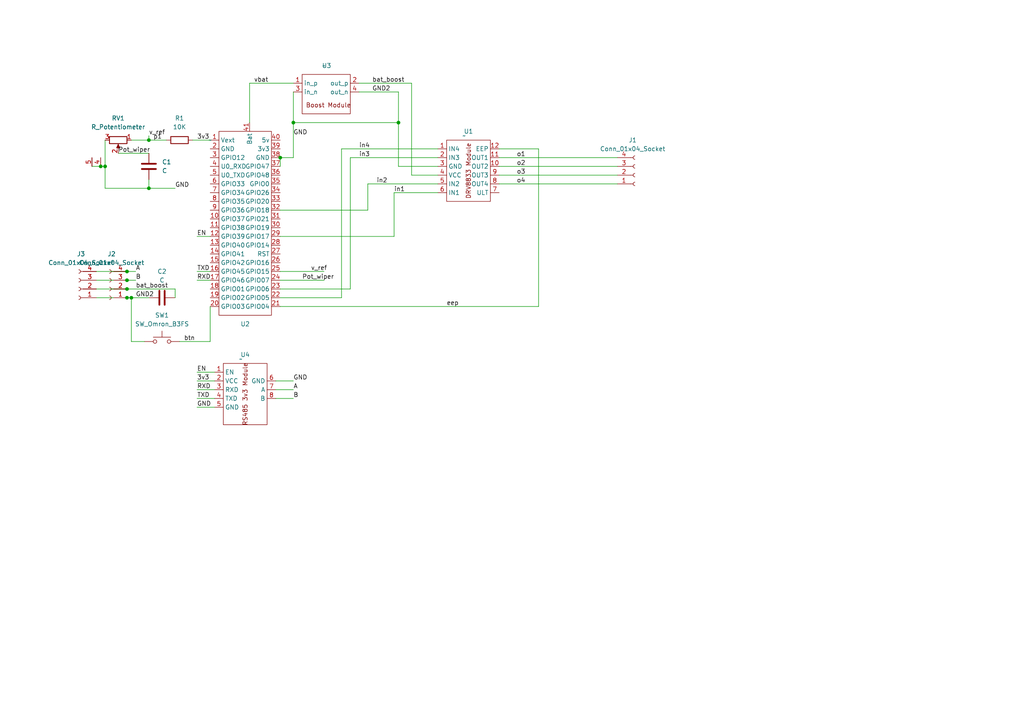
<source format=kicad_sch>
(kicad_sch (version 20230121) (generator eeschema)
  (paper "A4")
  (lib_symbols
    (symbol "Blinds_Modules_sym:RS485_3v3_module"
      (property "Reference" "U" (at 0 0 0))
      (symbol "RS485_3v3_module_0_1"
        (rectangle (start -5.08 -1.27) (end 7.62 -19.05))
      )
      (symbol "RS485_3v3_module_1_1"
        (text "RS485 3v3 Module\n" (at 1.27 -10.16 900) (effects (font (size 1.27 1.27))))
        (pin input line (at -7.62 -3.81 0) (length 2.54) (name "EN") (number "1"))
        (pin power_in line (at -7.62 -6.35 0) (length 2.54) (name "VCC") (number "2"))
        (pin input line (at -7.62 -8.89 0) (length 2.54) (name "RXD") (number "3"))
        (pin input line (at -7.62 -11.43 0) (length 2.54) (name "TXD") (number "4"))
        (pin power_in line (at -7.62 -13.97 0) (length 2.54) (name "GND") (number "5"))
        (pin power_in line (at 10.16 -6.35 180) (length 2.54) (name "GND") (number "6"))
        (pin output line (at 10.16 -8.89 180) (length 2.54) (name "A") (number "7"))
        (pin output line (at 10.16 -11.43 180) (length 2.54) (name "B") (number "8"))
      )
    )
    (symbol "Connector:Conn_01x04_Socket" (pin_names (offset 1.016) hide)
      (property "Reference" "J" (at 0 5.08 0))
      (property "Value" "Conn_01x04_Socket" (at 0 -7.62 0))
      (symbol "Conn_01x04_Socket_1_1"
        (arc (start 0 -4.572) (mid -0.5058 -5.08) (end 0 -5.588) (stroke (width 0.1524)))
        (arc (start 0 -2.032) (mid -0.5058 -2.54) (end 0 -3.048) (stroke (width 0.1524)))
        (polyline (pts (xy -1.27 -5.08) (xy -0.508 -5.08)) (stroke (width 0.1524)))
        (polyline (pts (xy -1.27 -2.54) (xy -0.508 -2.54)) (stroke (width 0.1524)))
        (polyline (pts (xy -1.27 0) (xy -0.508 0)) (stroke (width 0.1524)))
        (polyline (pts (xy -1.27 2.54) (xy -0.508 2.54)) (stroke (width 0.1524)))
        (arc (start 0 0.508) (mid -0.5058 0) (end 0 -0.508) (stroke (width 0.1524)))
        (arc (start 0 3.048) (mid -0.5058 2.54) (end 0 2.032) (stroke (width 0.1524)))
        (pin passive line (at -5.08 2.54 0) (length 3.81) (name "Pin_1") (number "1"))
        (pin passive line (at -5.08 0 0) (length 3.81) (name "Pin_2") (number "2"))
        (pin passive line (at -5.08 -2.54 0) (length 3.81) (name "Pin_3") (number "3"))
        (pin passive line (at -5.08 -5.08 0) (length 3.81) (name "Pin_4") (number "4"))
      )
    )
    (symbol "Device:C" (pin_numbers hide) (pin_names (offset 0.254))
      (property "Reference" "C" (at 0.635 2.54 0))
      (property "Value" "C" (at 0.635 -2.54 0))
      (symbol "C_0_1"
        (polyline (pts (xy -2.032 -0.762) (xy 2.032 -0.762)) (stroke (width 0.508)))
        (polyline (pts (xy -2.032 0.762) (xy 2.032 0.762)) (stroke (width 0.508)))
      )
      (symbol "C_1_1"
        (pin passive line (at 0 3.81 270) (length 2.794) (name "~") (number "1"))
        (pin passive line (at 0 -3.81 90) (length 2.794) (name "~") (number "2"))
      )
    )
    (symbol "Device:R" (pin_numbers hide) (pin_names (offset 0))
      (property "Reference" "R" (at 2.032 0 90))
      (property "Value" "R" (at 0 0 90))
      (symbol "R_0_1"
        (rectangle (start -1.016 -2.54) (end 1.016 2.54) (stroke (width 0.254)))
      )
      (symbol "R_1_1"
        (pin passive line (at 0 3.81 270) (length 1.27) (name "~") (number "1"))
        (pin passive line (at 0 -3.81 90) (length 1.27) (name "~") (number "2"))
      )
    )
    (symbol "Device:R_Potentiometer" (pin_names (offset 1.016) hide)
      (property "Reference" "RV1" (at -6.35 0 90))
      (property "Value" "R_Potentiometer" (at -3.81 0 90))
      (symbol "R_Potentiometer_0_1"
        (polyline (pts (xy 2.54 0) (xy 1.524 0)))
        (polyline (pts (xy 1.143 0) (xy 2.286 0.508) (xy 2.286 -0.508) (xy 1.143 0)) (fill (type outline)))
        (rectangle (start 1.016 2.54) (end -1.016 -2.54) (stroke (width 0.254)))
      )
      (symbol "R_Potentiometer_1_1"
        (pin passive line (at 0 3.81 270) (length 1.27) (name "1") (number "1"))
        (pin passive line (at 3.81 0 180) (length 1.27) (name "2") (number "2"))
        (pin passive line (at 0 -3.81 90) (length 1.27) (name "3") (number "3"))
        (pin power_in line (at 7.62 -5.08 180) (length 2.54) (name "shld") (number "4"))
        (pin power_in line (at 7.62 -7.62 180) (length 2.54) (name "shld") (number "5"))
      )
    )
    (symbol "Heltec_WSL_v3:Boost_module"
      (property "Reference" "U" (at 0 0 0))
      (symbol "Boost_module_0_1"
        (rectangle (start -6.35 -2.54) (end 7.62 -13.97))
      )
      (symbol "Boost_module_1_1"
        (text "Boost Module" (at 1.27 -11.43 0) (effects (font (size 1.27 1.27))))
        (pin power_in line (at -8.89 -5.08 0) (length 2.54) (name "in_p") (number "1"))
        (pin power_out line (at 10.16 -5.08 180) (length 2.54) (name "out_p") (number "2"))
        (pin power_in line (at -8.89 -7.62 0) (length 2.54) (name "in_n") (number "3"))
        (pin power_in line (at 10.16 -7.62 180) (length 2.54) (name "out_n") (number "4"))
      )
    )
    (symbol "Heltec_WSL_v3:DRV8833"
      (property "Reference" "U" (at 0 0 0))
      (symbol "DRV8833_0_1"
        (rectangle (start -5.08 -1.27) (end 7.62 -19.05))
      )
      (symbol "DRV8833_1_1"
        (text "DRV8833 Module\n" (at 1.27 -10.16 900) (effects (font (size 1.27 1.27))))
        (pin input line (at -7.62 -3.81 0) (length 2.54) (name "IN4") (number "1"))
        (pin output line (at 10.16 -8.89 180) (length 2.54) (name "OUT2") (number "10"))
        (pin output line (at 10.16 -6.35 180) (length 2.54) (name "OUT1") (number "11"))
        (pin input line (at 10.16 -3.81 180) (length 2.54) (name "EEP") (number "12"))
        (pin input line (at -7.62 -6.35 0) (length 2.54) (name "IN3") (number "2"))
        (pin power_in line (at -7.62 -8.89 0) (length 2.54) (name "GND") (number "3"))
        (pin power_in line (at -7.62 -11.43 0) (length 2.54) (name "VCC") (number "4"))
        (pin input line (at -7.62 -13.97 0) (length 2.54) (name "IN2") (number "5"))
        (pin input line (at -7.62 -16.51 0) (length 2.54) (name "IN1") (number "6"))
        (pin output line (at 10.16 -16.51 180) (length 2.54) (name "ULT") (number "7"))
        (pin output line (at 10.16 -13.97 180) (length 2.54) (name "OUT4") (number "8"))
        (pin output line (at 10.16 -11.43 180) (length 2.54) (name "OUT3") (number "9"))
      )
    )
    (symbol "Heltec_WSL_v3:WSL_v3"
      (property "Reference" "U" (at 0 0 0))
      (symbol "WSL_v3_0_1"
        (rectangle (start 2.54 2.54) (end 17.78 -50.8))
      )
      (symbol "WSL_v3_1_1"
        (pin power_out line (at 0 0 0) (length 2.54) (name "Vext") (number "1"))
        (pin bidirectional line (at 0 -22.86 0) (length 2.54) (name "GPIO37") (number "10"))
        (pin bidirectional line (at 0 -25.4 0) (length 2.54) (name "GPIO38") (number "11"))
        (pin bidirectional line (at 0 -27.94 0) (length 2.54) (name "GPIO39") (number "12"))
        (pin bidirectional line (at 0 -30.48 0) (length 2.54) (name "GPIO40") (number "13"))
        (pin bidirectional line (at 0 -33.02 0) (length 2.54) (name "GPIO41") (number "14"))
        (pin bidirectional line (at 0 -35.56 0) (length 2.54) (name "GPIO42") (number "15"))
        (pin bidirectional line (at 0 -38.1 0) (length 2.54) (name "GPIO45") (number "16"))
        (pin bidirectional line (at 0 -40.64 0) (length 2.54) (name "GPIO46") (number "17"))
        (pin bidirectional line (at 0 -43.18 0) (length 2.54) (name "GPIO01") (number "18"))
        (pin bidirectional line (at 0 -45.72 0) (length 2.54) (name "GPIO02") (number "19"))
        (pin power_in line (at 0 -2.54 0) (length 2.54) (name "GND") (number "2"))
        (pin bidirectional line (at 0 -48.26 0) (length 2.54) (name "GPIO03") (number "20"))
        (pin bidirectional line (at 20.32 -48.26 180) (length 2.54) (name "GPIO04") (number "21"))
        (pin bidirectional line (at 20.32 -45.72 180) (length 2.54) (name "GPIO05") (number "22"))
        (pin bidirectional line (at 20.32 -43.18 180) (length 2.54) (name "GPIO06") (number "23"))
        (pin bidirectional line (at 20.32 -40.64 180) (length 2.54) (name "GPIO07") (number "24"))
        (pin bidirectional line (at 20.32 -38.1 180) (length 2.54) (name "GPIO15") (number "25"))
        (pin bidirectional line (at 20.32 -35.56 180) (length 2.54) (name "GPIO16") (number "26"))
        (pin input line (at 20.32 -33.02 180) (length 2.54) (name "RST") (number "27"))
        (pin bidirectional line (at 20.32 -30.48 180) (length 2.54) (name "GPIO14") (number "28"))
        (pin bidirectional line (at 20.32 -27.94 180) (length 2.54) (name "GPIO17") (number "29"))
        (pin bidirectional line (at 0 -5.08 0) (length 2.54) (name "GPIO12") (number "3"))
        (pin bidirectional line (at 20.32 -25.4 180) (length 2.54) (name "GPIO19") (number "30"))
        (pin bidirectional line (at 20.32 -22.86 180) (length 2.54) (name "GPIO21") (number "31"))
        (pin bidirectional line (at 20.32 -20.32 180) (length 2.54) (name "GPIO18") (number "32"))
        (pin bidirectional line (at 20.32 -17.78 180) (length 2.54) (name "GPIO20") (number "33"))
        (pin bidirectional line (at 20.32 -15.24 180) (length 2.54) (name "GPIO26") (number "34"))
        (pin input line (at 20.32 -12.7 180) (length 2.54) (name "GPIO0") (number "35"))
        (pin bidirectional line (at 20.32 -10.16 180) (length 2.54) (name "GPIO48") (number "36"))
        (pin bidirectional line (at 20.32 -7.62 180) (length 2.54) (name "GPIO47") (number "37"))
        (pin power_in line (at 20.32 -5.08 180) (length 2.54) (name "GND") (number "38"))
        (pin power_in line (at 20.32 -2.54 180) (length 2.54) (name "3v3") (number "39"))
        (pin bidirectional line (at 0 -7.62 0) (length 2.54) (name "U0_RXD") (number "4"))
        (pin power_in line (at 20.32 0 180) (length 2.54) (name "5v") (number "40"))
        (pin power_in line (at 11.43 5.08 270) (length 2.54) (name "Bat") (number "41"))
        (pin bidirectional line (at 0 -10.16 0) (length 2.54) (name "U0_TXD") (number "5"))
        (pin bidirectional line (at 0 -12.7 0) (length 2.54) (name "GPIO33") (number "6"))
        (pin bidirectional line (at 0 -15.24 0) (length 2.54) (name "GPIO34") (number "7"))
        (pin bidirectional line (at 0 -17.78 0) (length 2.54) (name "GPIO35") (number "8"))
        (pin bidirectional line (at 0 -20.32 0) (length 2.54) (name "GPIO36") (number "9"))
      )
    )
    (symbol "Switch:SW_Omron_B3FS" (pin_numbers hide) (pin_names (offset 1.016) hide)
      (property "Reference" "SW" (at 1.27 2.54 0))
      (property "Value" "SW_Omron_B3FS" (at 0 -1.524 0))
      (symbol "SW_Omron_B3FS_0_1"
        (circle (center -2.032 0) (radius 0.508))
        (polyline (pts (xy 0 1.27) (xy 0 3.048)))
        (polyline (pts (xy 2.54 1.27) (xy -2.54 1.27)))
        (circle (center 2.032 0) (radius 0.508))
        (pin passive line (at -5.08 0 0) (length 2.54) (name "1") (number "1"))
        (pin passive line (at 5.08 0 180) (length 2.54) (name "2") (number "2"))
      )
    )
  )
  (junction (at 30.48 48.26))
  (junction (at 38.1 86.36))
  (junction (at 36.83 78.74))
  (junction (at 81.28 45.72))
  (junction (at 115.57 35.56))
  (junction (at 43.18 54.61))
  (junction (at 85.09 35.56))
  (junction (at 36.83 86.36))
  (junction (at 43.18 40.64))
  (junction (at 29.21 48.26))
  (junction (at 36.83 83.82))
  (junction (at 36.83 81.28))
  (wire (pts (xy 81.28 86.36) (xy 99.06 86.36)))
  (wire (pts (xy 115.57 26.67) (xy 115.57 35.56)))
  (wire (pts (xy 57.15 107.95) (xy 62.23 107.95)))
  (wire (pts (xy 80.01 110.49) (xy 85.09 110.49)))
  (wire (pts (xy 81.28 83.82) (xy 101.6 83.82)))
  (wire (pts (xy 85.09 35.56) (xy 85.09 26.67)))
  (wire (pts (xy 81.28 88.9) (xy 156.21 88.9)))
  (wire (pts (xy 99.06 43.18) (xy 127 43.18)))
  (wire (pts (xy 106.68 53.34) (xy 106.68 60.96)))
  (wire (pts (xy 81.28 78.74) (xy 93.98 78.74)))
  (wire (pts (xy 43.18 54.61) (xy 50.8 54.61)))
  (wire (pts (xy 80.01 113.03) (xy 85.09 113.03)))
  (wire (pts (xy 57.15 113.03) (xy 62.23 113.03)))
  (wire (pts (xy 114.3 68.58) (xy 81.28 68.58)))
  (wire (pts (xy 156.21 43.18) (xy 144.78 43.18)))
  (wire (pts (xy 30.48 40.64) (xy 30.48 48.26)))
  (wire (pts (xy 55.88 40.64) (xy 60.96 40.64)))
  (wire (pts (xy 106.68 60.96) (xy 81.28 60.96)))
  (wire (pts (xy 85.09 35.56) (xy 115.57 35.56)))
  (wire (pts (xy 81.28 45.72) (xy 85.09 45.72)))
  (wire (pts (xy 34.29 44.45) (xy 43.18 44.45)))
  (wire (pts (xy 115.57 26.67) (xy 104.14 26.67)))
  (wire (pts (xy 119.38 50.8) (xy 127 50.8)))
  (wire (pts (xy 114.3 55.88) (xy 114.3 68.58)))
  (wire (pts (xy 60.96 88.9) (xy 60.96 99.06)))
  (wire (pts (xy 57.15 78.74) (xy 60.96 78.74)))
  (wire (pts (xy 144.78 45.72) (xy 179.07 45.72)))
  (wire (pts (xy 27.94 78.74) (xy 36.83 78.74)))
  (wire (pts (xy 127 53.34) (xy 106.68 53.34)))
  (wire (pts (xy 43.18 40.64) (xy 48.26 40.64)))
  (wire (pts (xy 57.15 81.28) (xy 60.96 81.28)))
  (wire (pts (xy 85.09 45.72) (xy 85.09 35.56)))
  (wire (pts (xy 38.1 86.36) (xy 43.18 86.36)))
  (wire (pts (xy 30.48 54.61) (xy 30.48 48.26)))
  (wire (pts (xy 119.38 24.13) (xy 119.38 50.8)))
  (wire (pts (xy 43.18 52.07) (xy 43.18 54.61)))
  (wire (pts (xy 36.83 86.36) (xy 38.1 86.36)))
  (wire (pts (xy 57.15 115.57) (xy 62.23 115.57)))
  (wire (pts (xy 27.94 81.28) (xy 36.83 81.28)))
  (wire (pts (xy 27.94 83.82) (xy 36.83 83.82)))
  (wire (pts (xy 41.91 99.06) (xy 38.1 99.06)))
  (wire (pts (xy 50.8 86.36) (xy 50.8 83.82)))
  (wire (pts (xy 144.78 53.34) (xy 179.07 53.34)))
  (wire (pts (xy 57.15 118.11) (xy 62.23 118.11)))
  (wire (pts (xy 36.83 83.82) (xy 50.8 83.82)))
  (wire (pts (xy 36.83 78.74) (xy 39.37 78.74)))
  (wire (pts (xy 115.57 35.56) (xy 115.57 48.26)))
  (wire (pts (xy 81.28 81.28) (xy 93.98 81.28)))
  (wire (pts (xy 80.01 115.57) (xy 85.09 115.57)))
  (wire (pts (xy 29.21 48.26) (xy 30.48 48.26)))
  (wire (pts (xy 38.1 86.36) (xy 38.1 99.06)))
  (wire (pts (xy 81.28 45.72) (xy 81.28 48.26)))
  (wire (pts (xy 156.21 88.9) (xy 156.21 43.18)))
  (wire (pts (xy 30.48 54.61) (xy 43.18 54.61)))
  (wire (pts (xy 57.15 68.58) (xy 60.96 68.58)))
  (wire (pts (xy 43.18 39.37) (xy 43.18 40.64)))
  (wire (pts (xy 101.6 45.72) (xy 127 45.72)))
  (wire (pts (xy 38.1 40.64) (xy 43.18 40.64)))
  (wire (pts (xy 27.94 86.36) (xy 36.83 86.36)))
  (wire (pts (xy 144.78 50.8) (xy 179.07 50.8)))
  (wire (pts (xy 115.57 48.26) (xy 127 48.26)))
  (wire (pts (xy 60.96 99.06) (xy 52.07 99.06)))
  (wire (pts (xy 99.06 86.36) (xy 99.06 43.18)))
  (wire (pts (xy 144.78 48.26) (xy 179.07 48.26)))
  (wire (pts (xy 101.6 83.82) (xy 101.6 45.72)))
  (wire (pts (xy 114.3 55.88) (xy 127 55.88)))
  (wire (pts (xy 104.14 24.13) (xy 119.38 24.13)))
  (wire (pts (xy 57.15 110.49) (xy 62.23 110.49)))
  (wire (pts (xy 72.39 24.13) (xy 85.09 24.13)))
  (wire (pts (xy 26.67 48.26) (xy 29.21 48.26)))
  (wire (pts (xy 72.39 24.13) (xy 72.39 35.56)))
  (wire (pts (xy 36.83 81.28) (xy 39.37 81.28)))
  (label "Pot_wiper" (at 34.29 44.45 0))
  (label "o3" (at 149.86 50.8 0))
  (label "B" (at 39.37 81.28 0))
  (label "btn" (at 53.34 99.06 0))
  (label "Pot_wiper" (at 87.63 81.28 0))
  (label "eep" (at 129.54 88.9 0))
  (label "3v3" (at 57.15 110.49 0))
  (label "TXD" (at 57.15 115.57 0))
  (label "bat_boost" (at 39.37 83.82 0))
  (label "GND2" (at 107.95 26.67 0))
  (label "in2" (at 109.22 53.34 0))
  (label "EN" (at 57.15 68.58 0))
  (label "vbat" (at 73.66 24.13 0))
  (label "B" (at 85.09 115.57 0))
  (label "TXD" (at 57.15 78.74 0))
  (label "GND2" (at 39.37 86.36 0))
  (label "in3" (at 104.14 45.72 0))
  (label "v_ref" (at 90.17 78.74 0))
  (label "GND" (at 85.09 110.49 0))
  (label "GND" (at 50.8 54.61 0))
  (label "RXD" (at 57.15 113.03 0))
  (label "o2" (at 149.86 48.26 0))
  (label "v_ref" (at 43.18 39.37 0))
  (label "A" (at 85.09 113.03 0))
  (label "GND" (at 85.09 39.37 0))
  (label "p1" (at 44.45 40.64 0))
  (label "3v3" (at 57.15 40.64 0))
  (label "o4" (at 149.86 53.34 0))
  (label "in4" (at 104.14 43.18 0))
  (label "RXD" (at 57.15 81.28 0))
  (label "EN" (at 57.15 107.95 0))
  (label "GND" (at 57.15 118.11 0))
  (label "o1" (at 149.86 45.72 0))
  (label "bat_boost" (at 107.95 24.13 0))
  (label "A" (at 39.37 78.74 0))
  (label "in1" (at 114.3 55.88 0))
  (symbol (lib_id "Device:R") (at 52.07 40.64 90) (unit 1)
    (property "Reference" "R1" (at 52.07 34.29 90))
    (property "Value" "10K" (at 52.07 36.83 90))
    (property "Footprint" "Resistor_THT:R_Axial_DIN0309_L9.0mm_D3.2mm_P12.70mm_Horizontal" (effects hide))
  )
  (symbol (lib_id "Heltec_WSL_v3:DRV8833") (at 134.62 39.37 0) (unit 1)
    (property "Reference" "U1" (at 135.89 38.1 0))
    (property "Value" "~" (at 134.62 39.37 0))
    (property "Footprint" "Heltec:drv8833_module" (effects hide))
  )
  (symbol (lib_id "Device:C") (at 46.99 86.36 270) (unit 1)
    (property "Reference" "C2" (at 46.99 78.74 90))
    (property "Value" "C" (at 46.99 81.28 90))
    (property "Footprint" "Capacitor_THT:C_Disc_D5.0mm_W2.5mm_P5.00mm" (effects hide))
  )
  (symbol (lib_id "Device:R_Potentiometer") (at 34.29 40.64 270) (unit 1)
    (property "Reference" "RV1" (at 34.29 34.29 90))
    (property "Value" "R_Potentiometer" (at 34.29 36.83 90))
    (property "Footprint" "Heltec:linear_pot_128mm" (effects hide))
  )
  (symbol (lib_id "Connector:Conn_01x04_Socket") (at 184.15 50.8 0) (mirror x) (unit 1)
    (property "Reference" "J1" (at 183.515 40.64 0))
    (property "Value" "Conn_01x04_Socket" (at 183.515 43.18 0))
    (property "Footprint" "Connector_JST:JST_XH_B4B-XH-AM_1x04_P2.50mm_Vertical" (effects hide))
  )
  (symbol (lib_id "Device:C") (at 43.18 48.26 0) (unit 1)
    (property "Reference" "C1" (at 46.99 46.99 0) (effects (justify left)))
    (property "Value" "C" (at 46.99 49.53 0) (effects (justify left)))
    (property "Footprint" "Capacitor_THT:C_Disc_D5.0mm_W2.5mm_P5.00mm" (effects hide))
  )
  (symbol (lib_id "Heltec_WSL_v3:WSL_v3") (at 60.96 40.64 0) (unit 1)
    (property "Reference" "U2" (at 71.12 93.98 0))
    (property "Value" "~" (at 60.96 40.64 0))
    (property "Footprint" "Heltec:WSL" (effects hide))
  )
  (symbol (lib_id "Blinds_Modules_sym:RS485_3v3_module") (at 69.85 104.14 0) (unit 1)
    (property "Reference" "U4" (at 71.12 102.87 0))
    (property "Value" "~" (at 69.85 104.14 0))
    (property "Footprint" "Heltec:RS485_3v3_module" (effects hide))
  )
  (symbol (lib_id "Heltec_WSL_v3:Boost_module") (at 93.98 19.05 0) (unit 1)
    (property "Reference" "U3" (at 94.731 19.05 0))
    (property "Value" "~" (at 93.98 19.05 0))
    (property "Footprint" "Heltec:Boost_module" (effects hide))
  )
  (symbol (lib_id "Connector:Conn_01x04_Socket") (at 31.75 83.82 180) (unit 1)
    (property "Reference" "J2" (at 32.385 73.66 0))
    (property "Value" "Conn_01x04_Socket" (at 32.385 76.2 0))
    (property "Footprint" "Connector_JST:JST_XH_B4B-XH-A_1x04_P2.50mm_Vertical" (effects hide))
  )
  (symbol (lib_id "Connector:Conn_01x04_Socket") (at 22.86 83.82 180) (unit 1)
    (property "Reference" "J3" (at 23.495 73.66 0))
    (property "Value" "Conn_01x04_Socket" (at 23.495 76.2 0))
    (property "Footprint" "Connector_JST:JST_XH_B4B-XH-A_1x04_P2.50mm_Vertical" (effects hide))
  )
  (symbol (lib_id "Switch:SW_Omron_B3FS") (at 46.99 99.06 0) (unit 1)
    (property "Reference" "SW1" (at 46.99 91.44 0))
    (property "Value" "SW_Omron_B3FS" (at 46.99 93.98 0))
    (property "Footprint" "Heltec:SW_PUSH_6mm_H4.3mm" (effects hide))
    (property "Datasheet" "https://omronfs.omron.com/en_US/ecb/products/pdf/en-b3fs.pdf" (effects hide))
  )
)
</source>
